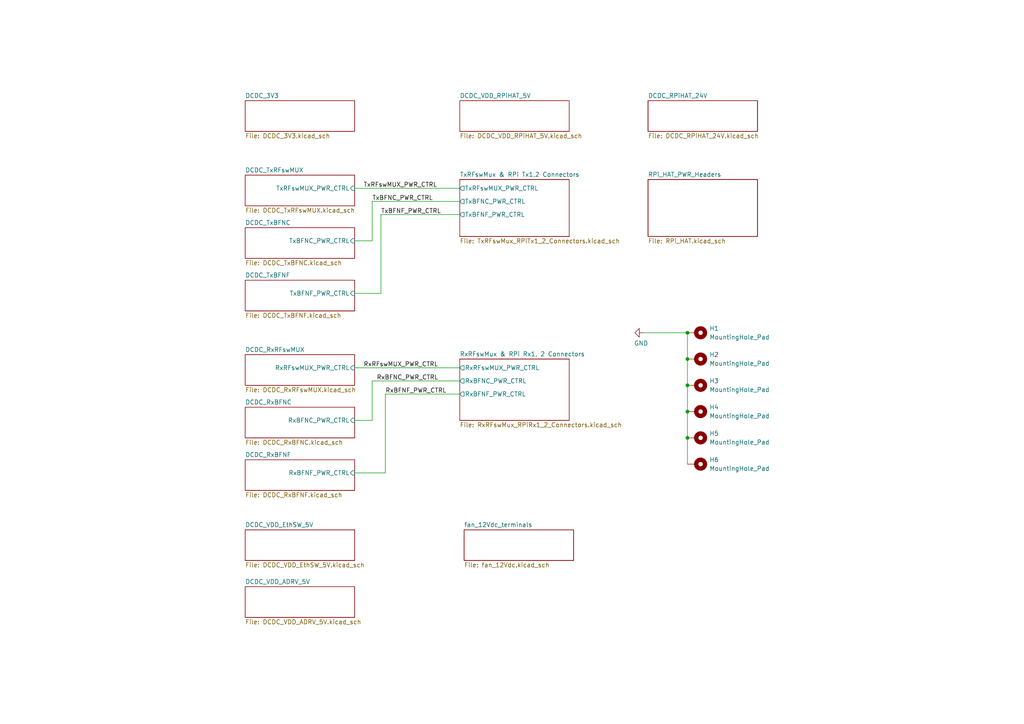
<source format=kicad_sch>
(kicad_sch (version 20231120) (generator "eeschema") (generator_version "8.0")
  (paper "A4")
  (title_block (title "DC/DC Power Supply for HBF mMIMO Testbed") (date "2024-04-04") (rev "1.0"))
  (lib_symbols
    (symbol "Mechanical:MountingHole_Pad" (pin_numbers hide) (pin_names (offset 1.016) hide)
      (property "Reference" "H" (at 0 6.35 0))
      (property "Value" "MountingHole_Pad" (at 0 4.445 0))
      (symbol "MountingHole_Pad_0_1"
        (circle (center 0 1.27) (radius 1.27) (stroke (width 1.27)))
      )
      (symbol "MountingHole_Pad_1_1"
        (pin input line (at 0 -2.54 90) (length 2.54) (name "1") (number "1"))
      )
    )
    (symbol "power:GND" (power) (pin_numbers hide) (pin_names (offset 0) hide)
      (property "Value" "GND" (at 0 -3.81 0))
      (symbol "GND_0_1"
        (polyline (pts (xy 0 0) (xy 0 -1.27) (xy 1.27 -1.27) (xy 0 -2.54) (xy -1.27 -1.27) (xy 0 -1.27)))
      )
      (symbol "GND_1_1"
        (pin power_in line (at 0 0 270) (length 0) hide (name "GND") (number "1"))
      )
    )
  )
  (junction (at 199.39 127))
  (junction (at 199.39 111.76))
  (junction (at 199.39 96.52))
  (junction (at 199.39 119.38))
  (junction (at 199.39 104.14))
  (wire (pts (xy 102.87 69.85) (xy 107.95 69.85)))
  (wire (pts (xy 102.87 106.68) (xy 133.35 106.68)))
  (wire (pts (xy 107.95 121.92) (xy 102.87 121.92)))
  (wire (pts (xy 133.35 114.3) (xy 111.76 114.3)))
  (wire (pts (xy 199.39 119.38) (xy 199.39 127)))
  (wire (pts (xy 102.87 137.16) (xy 111.76 137.16)))
  (wire (pts (xy 110.49 85.09) (xy 110.49 62.23)))
  (wire (pts (xy 107.95 58.42) (xy 133.35 58.42)))
  (wire (pts (xy 110.49 62.23) (xy 133.35 62.23)))
  (wire (pts (xy 199.39 96.52) (xy 199.39 104.14)))
  (wire (pts (xy 199.39 104.14) (xy 199.39 111.76)))
  (wire (pts (xy 111.76 114.3) (xy 111.76 137.16)))
  (wire (pts (xy 186.69 96.52) (xy 199.39 96.52)))
  (wire (pts (xy 107.95 110.49) (xy 107.95 121.92)))
  (wire (pts (xy 199.39 111.76) (xy 199.39 119.38)))
  (wire (pts (xy 199.39 127) (xy 199.39 134.62)))
  (wire (pts (xy 133.35 110.49) (xy 107.95 110.49)))
  (wire (pts (xy 107.95 69.85) (xy 107.95 58.42)))
  (wire (pts (xy 102.87 54.61) (xy 133.35 54.61)))
  (wire (pts (xy 102.87 85.09) (xy 110.49 85.09)))
  (label "RxBFNC_PWR_CTRL" (at 109.22 110.49 0))
  (label "TxRFswMUX_PWR_CTRL" (at 105.41 54.61 0))
  (label "RxBFNF_PWR_CTRL" (at 111.76 114.3 0))
  (label "TxBFNF_PWR_CTRL" (at 110.49 62.23 0))
  (label "TxBFNC_PWR_CTRL" (at 107.95 58.42 0))
  (label "RxRFswMUX_PWR_CTRL" (at 105.41 106.68 0))
  (symbol (lib_id "power:GND") (at 186.69 96.52 270) (unit 1)
    (property "Reference" "#PWR01" (effects (hide yes)))
    (property "Value" "GND" (at 183.896 99.568 90) (effects (justify left)))
  )
  (symbol (lib_id "Mechanical:MountingHole_Pad") (at 201.93 134.62 270) (unit 1) (in_bom no)
    (property "Reference" "H6" (at 205.74 133.3499 90) (effects (justify left)))
    (property "Value" "MountingHole_Pad" (at 205.74 135.8899 90) (effects (justify left)))
    (property "Footprint" "MountingHole:MountingHole_3.5mm_Pad" (effects (hide yes)))
    (property "Description" "Mounting Hole with connection" (effects (hide yes)))
  )
  (symbol (lib_id "Mechanical:MountingHole_Pad") (at 201.93 119.38 270) (unit 1) (in_bom no)
    (property "Reference" "H4" (at 205.74 118.1099 90) (effects (justify left)))
    (property "Value" "MountingHole_Pad" (at 205.74 120.6499 90) (effects (justify left)))
    (property "Footprint" "MountingHole:MountingHole_3.5mm_Pad" (effects (hide yes)))
    (property "Description" "Mounting Hole with connection" (effects (hide yes)))
  )
  (symbol (lib_id "Mechanical:MountingHole_Pad") (at 201.93 104.14 270) (unit 1) (in_bom no)
    (property "Reference" "H2" (at 205.74 102.8699 90) (effects (justify left)))
    (property "Value" "MountingHole_Pad" (at 205.74 105.4099 90) (effects (justify left)))
    (property "Footprint" "MountingHole:MountingHole_3.5mm_Pad" (effects (hide yes)))
    (property "Description" "Mounting Hole with connection" (effects (hide yes)))
  )
  (symbol (lib_id "Mechanical:MountingHole_Pad") (at 201.93 127 270) (unit 1) (in_bom no)
    (property "Reference" "H5" (at 205.74 125.7299 90) (effects (justify left)))
    (property "Value" "MountingHole_Pad" (at 205.74 128.2699 90) (effects (justify left)))
    (property "Footprint" "MountingHole:MountingHole_3.5mm_Pad" (effects (hide yes)))
    (property "Description" "Mounting Hole with connection" (effects (hide yes)))
  )
  (symbol (lib_id "Mechanical:MountingHole_Pad") (at 201.93 111.76 270) (unit 1) (in_bom no)
    (property "Reference" "H3" (at 205.74 110.4899 90) (effects (justify left)))
    (property "Value" "MountingHole_Pad" (at 205.74 113.0299 90) (effects (justify left)))
    (property "Footprint" "MountingHole:MountingHole_3.5mm_Pad" (effects (hide yes)))
    (property "Description" "Mounting Hole with connection" (effects (hide yes)))
  )
  (symbol (lib_id "Mechanical:MountingHole_Pad") (at 201.93 96.52 270) (unit 1) (in_bom no)
    (property "Reference" "H1" (at 205.74 95.2499 90) (effects (justify left)))
    (property "Value" "MountingHole_Pad" (at 205.74 97.7899 90) (effects (justify left)))
    (property "Footprint" "MountingHole:MountingHole_3.5mm_Pad" (effects (hide yes)))
    (property "Description" "Mounting Hole with connection" (effects (hide yes)))
  )
  (sheet (at 71.12 50.8) (size 31.75 8.89) (stroke (width 0.1524))
    (property "Sheetname" "DCDC_TxRFswMUX" (at 71.12 50.0884 0) (effects (justify left bottom)))
    (property "Sheetfile" "DCDC_TxRFswMUX.kicad_sch" (at 71.12 60.2746 0) (effects (justify left top)))
    (pin "TxRFswMUX_PWR_CTRL" input (at 102.87 54.61 0))
  )
  (sheet (at 133.35 29.21) (size 31.75 8.89) (stroke (width 0.1524))
    (property "Sheetname" "DCDC_VDD_RPiHAT_5V" (at 133.35 28.4984 0) (effects (justify left bottom)))
    (property "Sheetfile" "DCDC_VDD_RPiHAT_5V.kicad_sch" (at 133.35 38.6846 0) (effects (justify left top)))
  )
  (sheet (at 71.12 170.18) (size 31.75 8.89) (stroke (width 0.1524))
    (property "Sheetname" "DCDC_VDD_ADRV_5V" (at 71.12 169.4684 0) (effects (justify left bottom)))
    (property "Sheetfile" "DCDC_VDD_ADRV_5V.kicad_sch" (at 71.12 179.6546 0) (effects (justify left top)))
  )
  (sheet (at 71.12 133.35) (size 31.75 8.89) (stroke (width 0.1524))
    (property "Sheetname" "DCDC_RxBFNF" (at 71.12 132.6384 0) (effects (justify left bottom)))
    (property "Sheetfile" "DCDC_RxBFNF.kicad_sch" (at 71.12 142.8246 0) (effects (justify left top)))
    (pin "RxBFNF_PWR_CTRL" input (at 102.87 137.16 0))
  )
  (sheet (at 71.12 66.04) (size 31.75 8.89) (stroke (width 0.1524))
    (property "Sheetname" "DCDC_TxBFNC" (at 71.12 65.3284 0) (effects (justify left bottom)))
    (property "Sheetfile" "DCDC_TxBFNC.kicad_sch" (at 71.12 75.5146 0) (effects (justify left top)))
    (pin "TxBFNC_PWR_CTRL" input (at 102.87 69.85 0))
  )
  (sheet (at 134.62 153.67) (size 31.75 8.89) (stroke (width 0.1524))
    (property "Sheetname" "fan_12Vdc_terminals" (at 134.62 152.9584 0) (effects (justify left bottom)))
    (property "Sheetfile" "fan_12Vdc.kicad_sch" (at 134.62 163.1446 0) (effects (justify left top)))
  )
  (sheet (at 133.35 52.07) (size 31.75 16.51) (stroke (width 0.1524))
    (property "Sheetname" "TxRFswMux & RPi Tx1,2 Connectors" (at 133.35 51.3584 0) (effects (justify left bottom)))
    (property "Sheetfile" "TxRFswMux_RPiTx1_2_Connectors.kicad_sch" (at 133.35 69.1646 0) (effects (justify left top)))
    (pin "TxRFswMUX_PWR_CTRL" output (at 133.35 54.61 180))
    (pin "TxBFNC_PWR_CTRL" output (at 133.35 58.42 180))
    (pin "TxBFNF_PWR_CTRL" output (at 133.35 62.23 180))
  )
  (sheet (at 71.12 118.11) (size 31.75 8.89) (stroke (width 0.1524))
    (property "Sheetname" "DCDC_RxBFNC" (at 71.12 117.3984 0) (effects (justify left bottom)))
    (property "Sheetfile" "DCDC_RxBFNC.kicad_sch" (at 71.12 127.5846 0) (effects (justify left top)))
    (pin "RxBFNC_PWR_CTRL" input (at 102.87 121.92 0))
  )
  (sheet (at 133.35 104.14) (size 31.75 17.78) (stroke (width 0.1524))
    (property "Sheetname" "RxRFswMux & RPi Rx1, 2 Connectors" (at 133.35 103.4284 0) (effects (justify left bottom)))
    (property "Sheetfile" "RxRFswMux_RPiRx1_2_Connectors.kicad_sch" (at 133.35 122.5046 0) (effects (justify left top)))
    (pin "RxRFswMUX_PWR_CTRL" output (at 133.35 106.68 180))
    (pin "RxBFNF_PWR_CTRL" output (at 133.35 114.3 180))
    (pin "RxBFNC_PWR_CTRL" output (at 133.35 110.49 180))
  )
  (sheet (at 71.12 29.21) (size 31.75 8.89) (stroke (width 0.1524))
    (property "Sheetname" "DCDC_3V3" (at 71.12 28.4984 0) (effects (justify left bottom)))
    (property "Sheetfile" "DCDC_3V3.kicad_sch" (at 71.12 38.6846 0) (effects (justify left top)))
  )
  (sheet (at 71.12 153.67) (size 31.75 8.89) (stroke (width 0.1524))
    (property "Sheetname" "DCDC_VDD_EthSW_5V" (at 71.12 152.9584 0) (effects (justify left bottom)))
    (property "Sheetfile" "DCDC_VDD_EthSW_5V.kicad_sch" (at 71.12 163.1446 0) (effects (justify left top)))
  )
  (sheet (at 187.96 29.21) (size 31.75 8.89) (stroke (width 0.1524))
    (property "Sheetname" "DCDC_RPiHAT_24V" (at 187.96 28.4984 0) (effects (justify left bottom)))
    (property "Sheetfile" "DCDC_RPiHAT_24V.kicad_sch" (at 187.96 38.6846 0) (effects (justify left top)))
  )
  (sheet (at 187.96 52.07) (size 31.75 16.51) (stroke (width 0.1524))
    (property "Sheetname" "RPi_HAT_PWR_Headers" (at 187.96 51.3584 0) (effects (justify left bottom)))
    (property "Sheetfile" "RPi_HAT.kicad_sch" (at 187.96 69.1646 0) (effects (justify left top)))
  )
  (sheet (at 71.12 81.28) (size 31.75 8.89) (stroke (width 0.1524))
    (property "Sheetname" "DCDC_TxBFNF" (at 71.12 80.5684 0) (effects (justify left bottom)))
    (property "Sheetfile" "DCDC_TxBFNF.kicad_sch" (at 71.12 90.7546 0) (effects (justify left top)))
    (pin "TxBFNF_PWR_CTRL" input (at 102.87 85.09 0))
  )
  (sheet (at 71.12 102.87) (size 31.75 8.89) (stroke (width 0.1524))
    (property "Sheetname" "DCDC_RxRFswMUX" (at 71.12 102.1584 0) (effects (justify left bottom)))
    (property "Sheetfile" "DCDC_RxRFswMUX.kicad_sch" (at 71.12 112.3446 0) (effects (justify left top)))
    (pin "RxRFswMUX_PWR_CTRL" input (at 102.87 106.68 0))
  )
)
</source>
